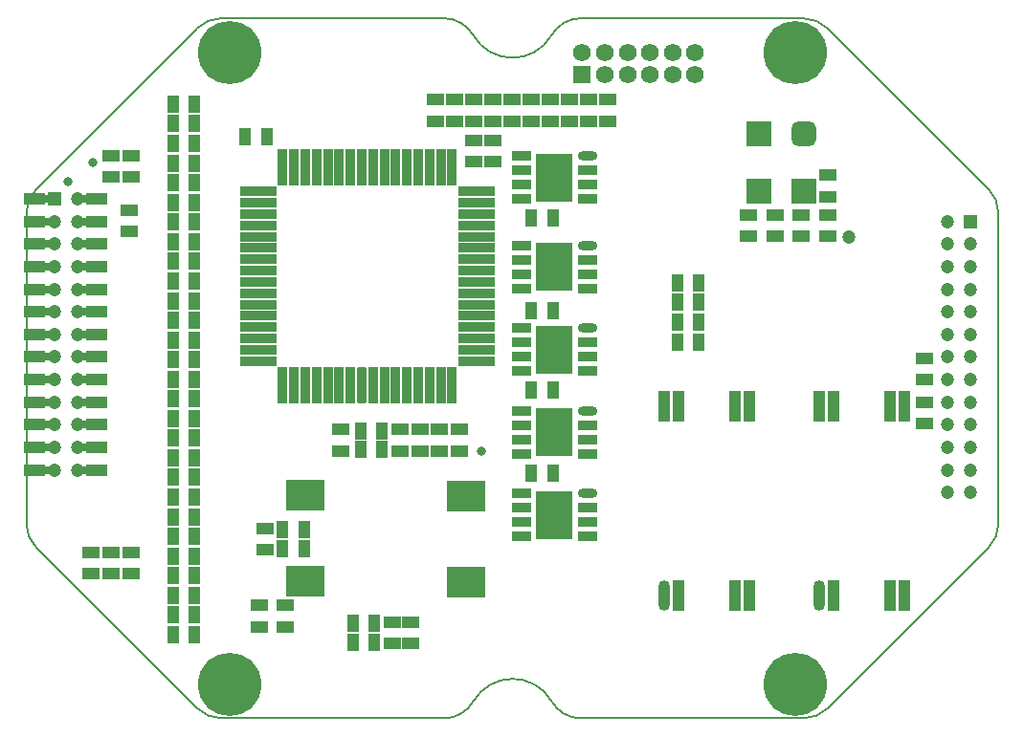
<source format=gbs>
G04*
G04 #@! TF.GenerationSoftware,Altium Limited,Altium Designer,22.1.2 (22)*
G04*
G04 Layer_Color=16711935*
%FSAX42Y42*%
%MOMM*%
G71*
G04*
G04 #@! TF.SameCoordinates,034806BB-B1BB-4671-9D6B-E9DA0DB7271A*
G04*
G04*
G04 #@! TF.FilePolarity,Negative*
G04*
G01*
G75*
%ADD13C,0.20*%
%ADD21R,1.83X1.02*%
%ADD22R,1.70X0.70*%
%ADD23R,1.50X1.00*%
%ADD25R,1.00X1.50*%
%ADD26R,3.40X2.80*%
%ADD30C,1.20*%
%ADD31R,1.20X1.20*%
%ADD32C,1.70*%
%ADD33C,1.10*%
%ADD34C,1.57*%
%ADD35R,1.57X1.57*%
%ADD36C,0.80*%
%ADD37C,5.60*%
G04:AMPARAMS|DCode=88|XSize=2.2mm|YSize=2.2mm|CornerRadius=0.6mm|HoleSize=0mm|Usage=FLASHONLY|Rotation=180.000|XOffset=0mm|YOffset=0mm|HoleType=Round|Shape=RoundedRectangle|*
%AMROUNDEDRECTD88*
21,1,2.20,1.00,0,0,180.0*
21,1,1.00,2.20,0,0,180.0*
1,1,1.20,-0.50,0.50*
1,1,1.20,0.50,0.50*
1,1,1.20,0.50,-0.50*
1,1,1.20,-0.50,-0.50*
%
%ADD88ROUNDEDRECTD88*%
%ADD89R,2.20X2.20*%
%ADD90O,1.02X2.70*%
%ADD91R,1.02X2.70*%
%ADD92R,3.25X4.27*%
%ADD93R,1.73X0.84*%
%ADD94O,1.73X0.84*%
G04:AMPARAMS|DCode=95|XSize=3.25mm|YSize=0.91mm|CornerRadius=0.28mm|HoleSize=0mm|Usage=FLASHONLY|Rotation=90.000|XOffset=0mm|YOffset=0mm|HoleType=Round|Shape=RoundedRectangle|*
%AMROUNDEDRECTD95*
21,1,3.25,0.36,0,0,90.0*
21,1,2.69,0.91,0,0,90.0*
1,1,0.56,0.18,1.35*
1,1,0.56,0.18,-1.35*
1,1,0.56,-0.18,-1.35*
1,1,0.56,-0.18,1.35*
%
%ADD95ROUNDEDRECTD95*%
%ADD96R,0.91X3.25*%
%ADD97R,3.25X0.91*%
D13*
X004037Y006060D02*
G03*
X004730Y006060I000346J000200D01*
G01*
Y000160D02*
G03*
X004037Y000160I-000346J-000200D01*
G01*
X001807Y006210D02*
G03*
X001595Y006122I000000J-000300D01*
G01*
Y000098D02*
G03*
X001807Y000010I000212J000212D01*
G01*
X008683Y004486D02*
G03*
X008595Y004698I-000300J-000000D01*
G01*
Y001522D02*
G03*
X008683Y001734I-000212J000212D01*
G01*
X004989Y006210D02*
G03*
X004730Y006060I000000J-000300D01*
G01*
X004037Y006060D02*
G03*
X003777Y006210I-000260J-000150D01*
G01*
X007171Y006122D02*
G03*
X006959Y006210I-000212J-000212D01*
G01*
Y000010D02*
G03*
X007171Y000098I-000000J000300D01*
G01*
X004730Y000160D02*
G03*
X004989Y000010I000260J000150D01*
G01*
X003777D02*
G03*
X004037Y000160I000000J000300D01*
G01*
X000171Y004698D02*
G03*
X000083Y004486I000212J-000212D01*
G01*
Y001734D02*
G03*
X000171Y001522I000300J000000D01*
G01*
X001595Y000098D01*
X000171Y004698D02*
X001595Y006122D01*
X007171Y000098D02*
X008595Y001522D01*
X007171Y006122D02*
X008595Y004698D01*
X004989Y006210D02*
X006959D01*
X004989Y000010D02*
X006959D01*
X001807Y006210D02*
X003777D01*
X001807Y000010D02*
X003777D01*
X008683Y001734D02*
Y004486D01*
X000083Y001734D02*
Y004486D01*
D21*
X000157Y004610D02*
D03*
Y003010D02*
D03*
Y002810D02*
D03*
Y003210D02*
D03*
Y003410D02*
D03*
Y004210D02*
D03*
Y004010D02*
D03*
Y003610D02*
D03*
Y003810D02*
D03*
Y004410D02*
D03*
X000707D02*
D03*
Y004610D02*
D03*
Y004010D02*
D03*
Y003610D02*
D03*
Y003810D02*
D03*
Y004210D02*
D03*
Y003410D02*
D03*
Y003010D02*
D03*
Y002810D02*
D03*
Y003210D02*
D03*
X000157Y002410D02*
D03*
Y002210D02*
D03*
Y002610D02*
D03*
X000707Y002410D02*
D03*
Y002210D02*
D03*
Y002610D02*
D03*
D22*
X000597Y002810D02*
D03*
X000267D02*
D03*
Y003010D02*
D03*
Y003210D02*
D03*
Y003410D02*
D03*
Y003610D02*
D03*
Y003810D02*
D03*
Y004010D02*
D03*
Y004210D02*
D03*
Y004410D02*
D03*
Y004610D02*
D03*
X000597Y003010D02*
D03*
Y003210D02*
D03*
Y003410D02*
D03*
Y003610D02*
D03*
Y003810D02*
D03*
Y004010D02*
D03*
Y004210D02*
D03*
Y004410D02*
D03*
Y004610D02*
D03*
X000597Y002210D02*
D03*
X000267D02*
D03*
Y002410D02*
D03*
Y002610D02*
D03*
X000597Y002410D02*
D03*
Y002610D02*
D03*
D23*
X002860Y002380D02*
D03*
X002860Y002570D02*
D03*
X003910D02*
D03*
Y002380D02*
D03*
X003737Y002570D02*
D03*
Y002380D02*
D03*
X003563Y002570D02*
D03*
Y002380D02*
D03*
X000830Y004802D02*
D03*
Y004992D02*
D03*
Y001480D02*
D03*
Y001290D02*
D03*
X001010Y004992D02*
D03*
Y004802D02*
D03*
X000990Y004511D02*
D03*
Y004321D02*
D03*
X001010Y001480D02*
D03*
Y001290D02*
D03*
X000650Y001480D02*
D03*
Y001290D02*
D03*
X002140Y001010D02*
D03*
Y000820D02*
D03*
X003390Y002380D02*
D03*
Y002570D02*
D03*
X005230Y005490D02*
D03*
Y005301D02*
D03*
X007170Y004470D02*
D03*
Y004280D02*
D03*
X004210Y005130D02*
D03*
Y004940D02*
D03*
X004040Y004940D02*
D03*
Y005129D02*
D03*
X007170Y004632D02*
D03*
Y004822D02*
D03*
X002195Y001690D02*
D03*
Y001500D02*
D03*
X003317Y000670D02*
D03*
Y000860D02*
D03*
X003485D02*
D03*
Y000670D02*
D03*
X006704Y004470D02*
D03*
Y004280D02*
D03*
X006937Y004470D02*
D03*
Y004280D02*
D03*
X006471Y004279D02*
D03*
Y004469D02*
D03*
X003700Y005300D02*
D03*
Y005490D02*
D03*
X003870Y005300D02*
D03*
Y005490D02*
D03*
X004040Y005300D02*
D03*
Y005490D02*
D03*
X004210Y005300D02*
D03*
Y005490D02*
D03*
X004380Y005300D02*
D03*
Y005490D02*
D03*
X004550Y005300D02*
D03*
Y005490D02*
D03*
X004720Y005300D02*
D03*
Y005490D02*
D03*
X004890D02*
D03*
Y005300D02*
D03*
X005060Y005301D02*
D03*
Y005490D02*
D03*
X002369Y001010D02*
D03*
Y000820D02*
D03*
X008030Y003010D02*
D03*
Y003200D02*
D03*
Y002620D02*
D03*
Y002810D02*
D03*
D25*
X003040Y002557D02*
D03*
X003230D02*
D03*
X003040Y002390D02*
D03*
X003230D02*
D03*
X001570Y005276D02*
D03*
X001380D02*
D03*
X001570Y005450D02*
D03*
X001380D02*
D03*
X002972Y000850D02*
D03*
X003162D02*
D03*
X004740Y002180D02*
D03*
X004550D02*
D03*
X004740Y002920D02*
D03*
X004550D02*
D03*
X004740Y003620D02*
D03*
X004550D02*
D03*
X004740Y004440D02*
D03*
X004550D02*
D03*
X001380Y005102D02*
D03*
X001570D02*
D03*
X001380Y004754D02*
D03*
X001570D02*
D03*
X001380Y004406D02*
D03*
X001570D02*
D03*
X002350Y001680D02*
D03*
X002540D02*
D03*
X002350Y001513D02*
D03*
X002540D02*
D03*
X002209Y005162D02*
D03*
X002019D02*
D03*
X001380Y004057D02*
D03*
X001570D02*
D03*
X001380Y003709D02*
D03*
X001570D02*
D03*
X001380Y003361D02*
D03*
X001570D02*
D03*
X001380Y003013D02*
D03*
X001570D02*
D03*
X001380Y002665D02*
D03*
X001570D02*
D03*
X001380Y002317D02*
D03*
X001570D02*
D03*
X001380Y001969D02*
D03*
X001570D02*
D03*
X001380Y001620D02*
D03*
X001570D02*
D03*
X001380Y001272D02*
D03*
X001570D02*
D03*
X001380Y000924D02*
D03*
X001570D02*
D03*
X006030Y003694D02*
D03*
X005840D02*
D03*
Y003518D02*
D03*
X006030D02*
D03*
Y003343D02*
D03*
X005840D02*
D03*
X006030Y003870D02*
D03*
X005840D02*
D03*
X002972Y000683D02*
D03*
X003162D02*
D03*
X001570Y004580D02*
D03*
X001380D02*
D03*
Y004231D02*
D03*
X001570D02*
D03*
Y001098D02*
D03*
X001380D02*
D03*
X001570Y002491D02*
D03*
X001380D02*
D03*
X001570Y001446D02*
D03*
X001380D02*
D03*
X001570Y002143D02*
D03*
X001380D02*
D03*
X001570Y001794D02*
D03*
X001380D02*
D03*
X001570Y002839D02*
D03*
X001380D02*
D03*
X001570Y003535D02*
D03*
X001380D02*
D03*
X001570Y000750D02*
D03*
X001380D02*
D03*
X001570Y004928D02*
D03*
X001380D02*
D03*
X001570Y003883D02*
D03*
X001380D02*
D03*
X001570Y003187D02*
D03*
X001380D02*
D03*
D26*
X002550Y001222D02*
D03*
Y001984D02*
D03*
X003970Y001220D02*
D03*
Y001982D02*
D03*
D30*
X000532Y003610D02*
D03*
X000332D02*
D03*
X000532Y003810D02*
D03*
X000332D02*
D03*
X000532Y004010D02*
D03*
X000332D02*
D03*
X000532Y004210D02*
D03*
X000332D02*
D03*
X000532Y004410D02*
D03*
X000332D02*
D03*
X000532Y004610D02*
D03*
X000332Y003410D02*
D03*
X000532D02*
D03*
X000332Y003210D02*
D03*
X000532D02*
D03*
X000332Y003010D02*
D03*
X000532D02*
D03*
Y002810D02*
D03*
X000332D02*
D03*
X000332Y002610D02*
D03*
X000532D02*
D03*
X000332Y002410D02*
D03*
X000532D02*
D03*
Y002210D02*
D03*
X000332D02*
D03*
X008432Y002010D02*
D03*
X008232D02*
D03*
Y002210D02*
D03*
X008432D02*
D03*
X008232Y002410D02*
D03*
X008432D02*
D03*
X008432Y002610D02*
D03*
X008232D02*
D03*
Y002810D02*
D03*
X008432D02*
D03*
X008232Y003010D02*
D03*
X008432D02*
D03*
X008232Y003210D02*
D03*
X008432D02*
D03*
X008232Y004410D02*
D03*
X008432Y004210D02*
D03*
X008232D02*
D03*
X008432Y004010D02*
D03*
X008232D02*
D03*
X008432Y003810D02*
D03*
X008232D02*
D03*
X008432Y003610D02*
D03*
X008232D02*
D03*
X008432Y003410D02*
D03*
X008232D02*
D03*
X007360Y004270D02*
D03*
D31*
X000332Y004610D02*
D03*
X008432Y004410D02*
D03*
D32*
X004755Y001810D02*
D03*
Y002543D02*
D03*
Y003277D02*
D03*
Y004010D02*
D03*
Y004800D02*
D03*
D33*
X004655Y001940D02*
D03*
X004855D02*
D03*
Y001680D02*
D03*
X004655D02*
D03*
Y002413D02*
D03*
X004855D02*
D03*
Y002673D02*
D03*
X004655D02*
D03*
Y003407D02*
D03*
X004855D02*
D03*
Y003147D02*
D03*
X004655D02*
D03*
Y003880D02*
D03*
X004855D02*
D03*
Y004140D02*
D03*
X004655D02*
D03*
Y004670D02*
D03*
X004855D02*
D03*
Y004930D02*
D03*
X004655D02*
D03*
D34*
X005800Y005910D02*
D03*
Y005710D02*
D03*
X005600Y005910D02*
D03*
Y005710D02*
D03*
X005400Y005910D02*
D03*
Y005710D02*
D03*
X005200Y005910D02*
D03*
Y005710D02*
D03*
X005000Y005910D02*
D03*
X006000D02*
D03*
Y005710D02*
D03*
D35*
X005000D02*
D03*
D36*
X004110Y002380D02*
D03*
X000670Y004930D02*
D03*
X000450Y004760D02*
D03*
D37*
X001882Y005910D02*
D03*
Y000310D02*
D03*
X006882D02*
D03*
Y005910D02*
D03*
D88*
X006960Y005186D02*
D03*
D89*
X006560D02*
D03*
X006960Y004678D02*
D03*
X006560D02*
D03*
D90*
X007098Y001100D02*
D03*
X005728D02*
D03*
D91*
X007225D02*
D03*
X007725D02*
D03*
X007850D02*
D03*
Y002770D02*
D03*
X007725D02*
D03*
X007098D02*
D03*
X007225D02*
D03*
X005855Y001100D02*
D03*
X006355D02*
D03*
X006480D02*
D03*
Y002770D02*
D03*
X006355D02*
D03*
X005728D02*
D03*
X005855D02*
D03*
D92*
X004755Y001810D02*
D03*
Y002543D02*
D03*
Y003277D02*
D03*
Y004010D02*
D03*
Y004800D02*
D03*
D93*
X004467Y001619D02*
D03*
Y001746D02*
D03*
Y001873D02*
D03*
Y002000D02*
D03*
X005050Y001619D02*
D03*
Y001746D02*
D03*
Y001873D02*
D03*
Y002606D02*
D03*
Y002479D02*
D03*
Y002352D02*
D03*
X004467Y002733D02*
D03*
Y002606D02*
D03*
Y002479D02*
D03*
Y002352D02*
D03*
Y003086D02*
D03*
Y003213D02*
D03*
Y003340D02*
D03*
Y003467D02*
D03*
X005050Y003086D02*
D03*
Y003213D02*
D03*
Y003340D02*
D03*
Y004073D02*
D03*
Y003946D02*
D03*
Y003819D02*
D03*
X004467Y004200D02*
D03*
Y004073D02*
D03*
Y003946D02*
D03*
Y003819D02*
D03*
X005050Y004863D02*
D03*
Y004736D02*
D03*
Y004609D02*
D03*
X004467Y004990D02*
D03*
Y004863D02*
D03*
Y004736D02*
D03*
Y004609D02*
D03*
D94*
X005050Y002000D02*
D03*
Y002733D02*
D03*
Y003467D02*
D03*
Y004200D02*
D03*
Y004990D02*
D03*
D95*
X003050Y002960D02*
D03*
D96*
X002950D02*
D03*
X002850D02*
D03*
X002750D02*
D03*
X002650D02*
D03*
X002550D02*
D03*
X002450D02*
D03*
X002350D02*
D03*
Y004890D02*
D03*
X002450D02*
D03*
X002550D02*
D03*
X002650D02*
D03*
X002750D02*
D03*
X002850D02*
D03*
X002950D02*
D03*
X003050D02*
D03*
X003150D02*
D03*
X003250D02*
D03*
X003450D02*
D03*
X003550D02*
D03*
X003650D02*
D03*
X003750D02*
D03*
X003850D02*
D03*
X003350D02*
D03*
X003150Y002960D02*
D03*
X003250D02*
D03*
X003350D02*
D03*
X003450D02*
D03*
X003550D02*
D03*
X003650D02*
D03*
X003750D02*
D03*
X003850D02*
D03*
D97*
X002135Y003975D02*
D03*
Y004075D02*
D03*
Y004175D02*
D03*
Y004275D02*
D03*
Y004375D02*
D03*
Y004475D02*
D03*
Y004575D02*
D03*
Y004675D02*
D03*
X004065D02*
D03*
Y004575D02*
D03*
Y004475D02*
D03*
Y004375D02*
D03*
Y004275D02*
D03*
Y004175D02*
D03*
Y004075D02*
D03*
Y003975D02*
D03*
Y003875D02*
D03*
Y003775D02*
D03*
Y003575D02*
D03*
Y003475D02*
D03*
Y003375D02*
D03*
Y003275D02*
D03*
Y003175D02*
D03*
Y003675D02*
D03*
X002135Y003875D02*
D03*
Y003775D02*
D03*
Y003675D02*
D03*
Y003575D02*
D03*
Y003475D02*
D03*
Y003375D02*
D03*
Y003275D02*
D03*
Y003175D02*
D03*
M02*

</source>
